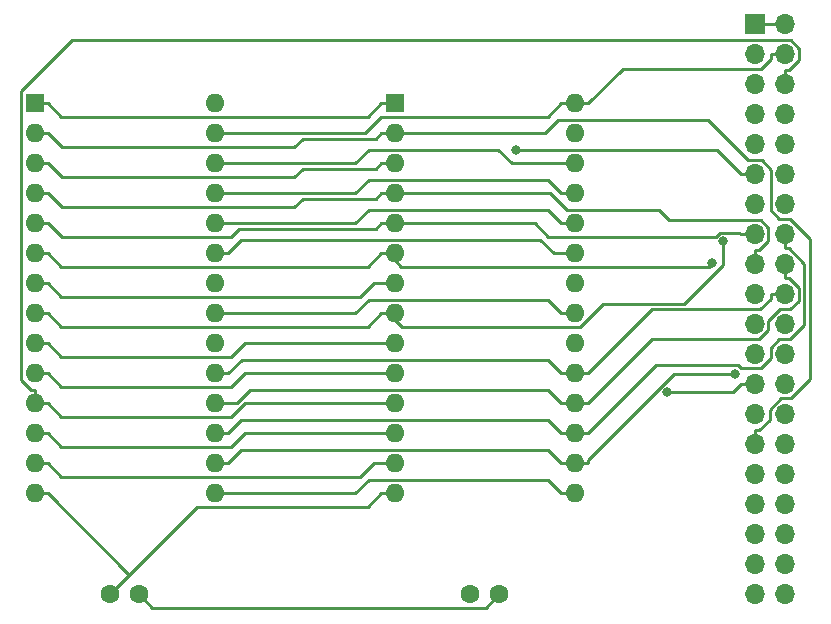
<source format=gtl>
G04 #@! TF.GenerationSoftware,KiCad,Pcbnew,(5.1.12)-1*
G04 #@! TF.CreationDate,2022-10-05T17:57:38-05:00*
G04 #@! TF.ProjectId,memory,6d656d6f-7279-42e6-9b69-6361645f7063,rev?*
G04 #@! TF.SameCoordinates,Original*
G04 #@! TF.FileFunction,Copper,L1,Top*
G04 #@! TF.FilePolarity,Positive*
%FSLAX46Y46*%
G04 Gerber Fmt 4.6, Leading zero omitted, Abs format (unit mm)*
G04 Created by KiCad (PCBNEW (5.1.12)-1) date 2022-10-05 17:57:38*
%MOMM*%
%LPD*%
G01*
G04 APERTURE LIST*
G04 #@! TA.AperFunction,ComponentPad*
%ADD10C,1.600000*%
G04 #@! TD*
G04 #@! TA.AperFunction,ComponentPad*
%ADD11O,1.700000X1.700000*%
G04 #@! TD*
G04 #@! TA.AperFunction,ComponentPad*
%ADD12R,1.700000X1.700000*%
G04 #@! TD*
G04 #@! TA.AperFunction,ComponentPad*
%ADD13R,1.600000X1.600000*%
G04 #@! TD*
G04 #@! TA.AperFunction,ComponentPad*
%ADD14O,1.600000X1.600000*%
G04 #@! TD*
G04 #@! TA.AperFunction,ViaPad*
%ADD15C,0.800000*%
G04 #@! TD*
G04 #@! TA.AperFunction,Conductor*
%ADD16C,0.250000*%
G04 #@! TD*
G04 APERTURE END LIST*
D10*
X120650000Y-95250000D03*
X123150000Y-95250000D03*
X153630000Y-95250000D03*
X151130000Y-95250000D03*
D11*
X177800000Y-95250000D03*
X175260000Y-95250000D03*
X177800000Y-92710000D03*
X175260000Y-92710000D03*
X177800000Y-90170000D03*
X175260000Y-90170000D03*
X177800000Y-87630000D03*
X175260000Y-87630000D03*
X177800000Y-85090000D03*
X175260000Y-85090000D03*
X177800000Y-82550000D03*
X175260000Y-82550000D03*
X177800000Y-80010000D03*
X175260000Y-80010000D03*
X177800000Y-77470000D03*
X175260000Y-77470000D03*
X177800000Y-74930000D03*
X175260000Y-74930000D03*
X177800000Y-72390000D03*
X175260000Y-72390000D03*
X177800000Y-69850000D03*
X175260000Y-69850000D03*
X177800000Y-67310000D03*
X175260000Y-67310000D03*
X177800000Y-64770000D03*
X175260000Y-64770000D03*
X177800000Y-62230000D03*
X175260000Y-62230000D03*
X177800000Y-59690000D03*
X175260000Y-59690000D03*
X177800000Y-57150000D03*
X175260000Y-57150000D03*
X177800000Y-54610000D03*
X175260000Y-54610000D03*
X177800000Y-52070000D03*
X175260000Y-52070000D03*
X177800000Y-49530000D03*
X175260000Y-49530000D03*
X177800000Y-46990000D03*
D12*
X175260000Y-46990000D03*
D13*
X114300000Y-53695000D03*
D14*
X129540000Y-86715000D03*
X114300000Y-56235000D03*
X129540000Y-84175000D03*
X114300000Y-58775000D03*
X129540000Y-81635000D03*
X114300000Y-61315000D03*
X129540000Y-79095000D03*
X114300000Y-63855000D03*
X129540000Y-76555000D03*
X114300000Y-66395000D03*
X129540000Y-74015000D03*
X114300000Y-68935000D03*
X129540000Y-71475000D03*
X114300000Y-71475000D03*
X129540000Y-68935000D03*
X114300000Y-74015000D03*
X129540000Y-66395000D03*
X114300000Y-76555000D03*
X129540000Y-63855000D03*
X114300000Y-79095000D03*
X129540000Y-61315000D03*
X114300000Y-81635000D03*
X129540000Y-58775000D03*
X114300000Y-84175000D03*
X129540000Y-56235000D03*
X114300000Y-86715000D03*
X129540000Y-53695000D03*
X160020000Y-53695000D03*
X144780000Y-86715000D03*
X160020000Y-56235000D03*
X144780000Y-84175000D03*
X160020000Y-58775000D03*
X144780000Y-81635000D03*
X160020000Y-61315000D03*
X144780000Y-79095000D03*
X160020000Y-63855000D03*
X144780000Y-76555000D03*
X160020000Y-66395000D03*
X144780000Y-74015000D03*
X160020000Y-68935000D03*
X144780000Y-71475000D03*
X160020000Y-71475000D03*
X144780000Y-68935000D03*
X160020000Y-74015000D03*
X144780000Y-66395000D03*
X160020000Y-76555000D03*
X144780000Y-63855000D03*
X160020000Y-79095000D03*
X144780000Y-61315000D03*
X160020000Y-81635000D03*
X144780000Y-58775000D03*
X160020000Y-84175000D03*
X144780000Y-56235000D03*
X160020000Y-86715000D03*
D13*
X144780000Y-53695000D03*
D15*
X167884200Y-78133600D03*
X173562900Y-76582700D03*
X171678300Y-67240200D03*
X155089200Y-57649100D03*
X172609700Y-65365700D03*
D16*
X122305100Y-93594900D02*
X120650000Y-95250000D01*
X143654900Y-86715000D02*
X142529800Y-87840100D01*
X142529800Y-87840100D02*
X128059900Y-87840100D01*
X128059900Y-87840100D02*
X122305100Y-93594900D01*
X115425100Y-86715000D02*
X122305100Y-93594900D01*
X114300000Y-86715000D02*
X115425100Y-86715000D01*
X144780000Y-86715000D02*
X143654900Y-86715000D01*
X175260000Y-46990000D02*
X177800000Y-46990000D01*
X123150000Y-95250000D02*
X124281800Y-96381800D01*
X124281800Y-96381800D02*
X152498200Y-96381800D01*
X152498200Y-96381800D02*
X153630000Y-95250000D01*
X176624900Y-49530000D02*
X176624900Y-49895200D01*
X176624900Y-49895200D02*
X175779600Y-50740500D01*
X175779600Y-50740500D02*
X164099600Y-50740500D01*
X164099600Y-50740500D02*
X161145100Y-53695000D01*
X160020000Y-53695000D02*
X158894900Y-53695000D01*
X129540000Y-56235000D02*
X142244900Y-56235000D01*
X142244900Y-56235000D02*
X143659700Y-54820200D01*
X143659700Y-54820200D02*
X157769700Y-54820200D01*
X157769700Y-54820200D02*
X158894900Y-53695000D01*
X177800000Y-49530000D02*
X176624900Y-49530000D01*
X160020000Y-53695000D02*
X161145100Y-53695000D01*
X114300000Y-53695000D02*
X115425100Y-53695000D01*
X144780000Y-53695000D02*
X143654900Y-53695000D01*
X143654900Y-53695000D02*
X142529800Y-54820100D01*
X142529800Y-54820100D02*
X116550200Y-54820100D01*
X116550200Y-54820100D02*
X115425100Y-53695000D01*
X129540000Y-58775000D02*
X141433100Y-58775000D01*
X141433100Y-58775000D02*
X142593100Y-57615000D01*
X142593100Y-57615000D02*
X153567100Y-57615000D01*
X153567100Y-57615000D02*
X154727100Y-58775000D01*
X154727100Y-58775000D02*
X158894900Y-58775000D01*
X160020000Y-58775000D02*
X158894900Y-58775000D01*
X144780000Y-56235000D02*
X143654900Y-56235000D01*
X143654900Y-56235000D02*
X143204700Y-56685200D01*
X143204700Y-56685200D02*
X137008900Y-56685200D01*
X137008900Y-56685200D02*
X136285500Y-57408600D01*
X136285500Y-57408600D02*
X116598700Y-57408600D01*
X116598700Y-57408600D02*
X115425100Y-56235000D01*
X144780000Y-56235000D02*
X157484900Y-56235000D01*
X157484900Y-56235000D02*
X158610100Y-55109800D01*
X158610100Y-55109800D02*
X171319800Y-55109800D01*
X171319800Y-55109800D02*
X174724800Y-58514800D01*
X174724800Y-58514800D02*
X175853100Y-58514800D01*
X175853100Y-58514800D02*
X176624800Y-59286500D01*
X176624800Y-59286500D02*
X176624800Y-62755700D01*
X176624800Y-62755700D02*
X177369100Y-63500000D01*
X177369100Y-63500000D02*
X178265700Y-63500000D01*
X178265700Y-63500000D02*
X179940400Y-65174700D01*
X179940400Y-65174700D02*
X179940400Y-77049200D01*
X179940400Y-77049200D02*
X178344400Y-78645200D01*
X178344400Y-78645200D02*
X177500700Y-78645200D01*
X177500700Y-78645200D02*
X176530000Y-79615900D01*
X176530000Y-79615900D02*
X176530000Y-80470100D01*
X176530000Y-80470100D02*
X175625200Y-81374900D01*
X175625200Y-81374900D02*
X175260000Y-81374900D01*
X114300000Y-56235000D02*
X115425100Y-56235000D01*
X175260000Y-82550000D02*
X175260000Y-81374900D01*
X130665100Y-66395000D02*
X131790300Y-65269800D01*
X131790300Y-65269800D02*
X157133100Y-65269800D01*
X157133100Y-65269800D02*
X158258300Y-66395000D01*
X158258300Y-66395000D02*
X158894900Y-66395000D01*
X160020000Y-66395000D02*
X158894900Y-66395000D01*
X129540000Y-66395000D02*
X130665100Y-66395000D01*
X160020000Y-71475000D02*
X158894900Y-71475000D01*
X158894900Y-71475000D02*
X157729400Y-70309500D01*
X157729400Y-70309500D02*
X142598600Y-70309500D01*
X142598600Y-70309500D02*
X141433100Y-71475000D01*
X141433100Y-71475000D02*
X129540000Y-71475000D01*
X175260000Y-77470000D02*
X174084900Y-77470000D01*
X167884200Y-78133600D02*
X173421300Y-78133600D01*
X173421300Y-78133600D02*
X174084900Y-77470000D01*
X129540000Y-63855000D02*
X141433100Y-63855000D01*
X141433100Y-63855000D02*
X142598600Y-62689500D01*
X142598600Y-62689500D02*
X157729400Y-62689500D01*
X157729400Y-62689500D02*
X158894900Y-63855000D01*
X160020000Y-63855000D02*
X158894900Y-63855000D01*
X160020000Y-61315000D02*
X158894900Y-61315000D01*
X158894900Y-61315000D02*
X157729400Y-60149500D01*
X157729400Y-60149500D02*
X142598600Y-60149500D01*
X142598600Y-60149500D02*
X141433100Y-61315000D01*
X141433100Y-61315000D02*
X129540000Y-61315000D01*
X161145100Y-76555000D02*
X166580100Y-71120000D01*
X166580100Y-71120000D02*
X175720100Y-71120000D01*
X175720100Y-71120000D02*
X176624900Y-70215200D01*
X176624900Y-70215200D02*
X176624900Y-69850000D01*
X160020000Y-76555000D02*
X158894900Y-76555000D01*
X129540000Y-76555000D02*
X130665100Y-76555000D01*
X130665100Y-76555000D02*
X131826300Y-75393800D01*
X131826300Y-75393800D02*
X157733700Y-75393800D01*
X157733700Y-75393800D02*
X158894900Y-76555000D01*
X177800000Y-69850000D02*
X176624900Y-69850000D01*
X160020000Y-76555000D02*
X161145100Y-76555000D01*
X114300000Y-58775000D02*
X115425100Y-58775000D01*
X144780000Y-58775000D02*
X143654900Y-58775000D01*
X143654900Y-58775000D02*
X143204700Y-59225200D01*
X143204700Y-59225200D02*
X137008900Y-59225200D01*
X137008900Y-59225200D02*
X136285500Y-59948600D01*
X136285500Y-59948600D02*
X116598700Y-59948600D01*
X116598700Y-59948600D02*
X115425100Y-58775000D01*
X177800000Y-67310000D02*
X177800000Y-68485100D01*
X160020000Y-79095000D02*
X161145100Y-79095000D01*
X161145100Y-79095000D02*
X166580100Y-73660000D01*
X166580100Y-73660000D02*
X175652000Y-73660000D01*
X175652000Y-73660000D02*
X176438100Y-72873900D01*
X176438100Y-72873900D02*
X176438100Y-72087800D01*
X176438100Y-72087800D02*
X177405900Y-71120000D01*
X177405900Y-71120000D02*
X178277200Y-71120000D01*
X178277200Y-71120000D02*
X179017400Y-70379800D01*
X179017400Y-70379800D02*
X179017400Y-69337300D01*
X179017400Y-69337300D02*
X178165200Y-68485100D01*
X178165200Y-68485100D02*
X177800000Y-68485100D01*
X159457500Y-79095000D02*
X160020000Y-79095000D01*
X159457500Y-79095000D02*
X158894900Y-79095000D01*
X158894900Y-79095000D02*
X157769100Y-77969200D01*
X157769100Y-77969200D02*
X132564200Y-77969200D01*
X132564200Y-77969200D02*
X131438400Y-79095000D01*
X131438400Y-79095000D02*
X129540000Y-79095000D01*
X114300000Y-61315000D02*
X115425100Y-61315000D01*
X144780000Y-61315000D02*
X143654900Y-61315000D01*
X143654900Y-61315000D02*
X143204700Y-61765200D01*
X143204700Y-61765200D02*
X137008900Y-61765200D01*
X137008900Y-61765200D02*
X136285500Y-62488600D01*
X136285500Y-62488600D02*
X116598700Y-62488600D01*
X116598700Y-62488600D02*
X115425100Y-61315000D01*
X157970500Y-61315000D02*
X144780000Y-61315000D01*
X175260000Y-67310000D02*
X175260000Y-66134900D01*
X168045000Y-63594800D02*
X167139600Y-62689400D01*
X175260000Y-66134900D02*
X175625200Y-66134900D01*
X175599799Y-63594999D02*
X175599600Y-63594800D01*
X175625200Y-66134900D02*
X175815099Y-65945001D01*
X175815099Y-65945001D02*
X175824001Y-65945001D01*
X175824001Y-65945001D02*
X176435001Y-65334001D01*
X176435001Y-65334001D02*
X176435001Y-64205999D01*
X176435001Y-64205999D02*
X175824001Y-63594999D01*
X175824001Y-63594999D02*
X175599799Y-63594999D01*
X167139600Y-62689400D02*
X159344900Y-62689400D01*
X175599600Y-63594800D02*
X168045000Y-63594800D01*
X159344900Y-62689400D02*
X157970500Y-61315000D01*
X177800000Y-65945100D02*
X178165200Y-65945100D01*
X178165200Y-65945100D02*
X179467600Y-67247500D01*
X179467600Y-67247500D02*
X179467600Y-72454700D01*
X179467600Y-72454700D02*
X178262300Y-73660000D01*
X178262300Y-73660000D02*
X177369100Y-73660000D01*
X177369100Y-73660000D02*
X176624800Y-74404300D01*
X176624800Y-74404300D02*
X176624800Y-75266100D01*
X176624800Y-75266100D02*
X175785800Y-76105100D01*
X175785800Y-76105100D02*
X174110800Y-76105100D01*
X174110800Y-76105100D02*
X173863300Y-75857600D01*
X173863300Y-75857600D02*
X166922500Y-75857600D01*
X166922500Y-75857600D02*
X161145100Y-81635000D01*
X177800000Y-64770000D02*
X177800000Y-65945100D01*
X160020000Y-81635000D02*
X161145100Y-81635000D01*
X159457500Y-81635000D02*
X160020000Y-81635000D01*
X159457500Y-81635000D02*
X158894900Y-81635000D01*
X129540000Y-81635000D02*
X130665100Y-81635000D01*
X158894900Y-81635000D02*
X157745400Y-80485500D01*
X157745400Y-80485500D02*
X131814600Y-80485500D01*
X131814600Y-80485500D02*
X130665100Y-81635000D01*
X174084900Y-64770000D02*
X173955500Y-64640600D01*
X173955500Y-64640600D02*
X172309400Y-64640600D01*
X172309400Y-64640600D02*
X171959700Y-64990300D01*
X171959700Y-64990300D02*
X157808400Y-64990300D01*
X157808400Y-64990300D02*
X156673100Y-63855000D01*
X156673100Y-63855000D02*
X144780000Y-63855000D01*
X114300000Y-63855000D02*
X115425100Y-63855000D01*
X144780000Y-63855000D02*
X143654900Y-63855000D01*
X143654900Y-63855000D02*
X143204700Y-64305200D01*
X143204700Y-64305200D02*
X131624900Y-64305200D01*
X131624900Y-64305200D02*
X130901500Y-65028600D01*
X130901500Y-65028600D02*
X116598700Y-65028600D01*
X116598700Y-65028600D02*
X115425100Y-63855000D01*
X175260000Y-64770000D02*
X174084900Y-64770000D01*
X173562900Y-76582700D02*
X168409700Y-76582700D01*
X168409700Y-76582700D02*
X161145100Y-83847300D01*
X161145100Y-83847300D02*
X161145100Y-84175000D01*
X160020000Y-84175000D02*
X161145100Y-84175000D01*
X159738800Y-84175000D02*
X160020000Y-84175000D01*
X159738800Y-84175000D02*
X158894900Y-84175000D01*
X129540000Y-84175000D02*
X130665100Y-84175000D01*
X158894900Y-84175000D02*
X157745400Y-83025500D01*
X157745400Y-83025500D02*
X131814600Y-83025500D01*
X131814600Y-83025500D02*
X130665100Y-84175000D01*
X144217500Y-66395000D02*
X145351700Y-67529200D01*
X145351700Y-67529200D02*
X171389300Y-67529200D01*
X171389300Y-67529200D02*
X171678300Y-67240200D01*
X144217500Y-66395000D02*
X143654900Y-66395000D01*
X144780000Y-66395000D02*
X144217500Y-66395000D01*
X114300000Y-66395000D02*
X115425100Y-66395000D01*
X143654900Y-66395000D02*
X142520600Y-67529300D01*
X142520600Y-67529300D02*
X116559400Y-67529300D01*
X116559400Y-67529300D02*
X115425100Y-66395000D01*
X160020000Y-86715000D02*
X158894900Y-86715000D01*
X158894900Y-86715000D02*
X157729400Y-85549500D01*
X157729400Y-85549500D02*
X142598600Y-85549500D01*
X142598600Y-85549500D02*
X141433100Y-86715000D01*
X141433100Y-86715000D02*
X129540000Y-86715000D01*
X174084900Y-59690000D02*
X172044000Y-57649100D01*
X172044000Y-57649100D02*
X155089200Y-57649100D01*
X175260000Y-59690000D02*
X174084900Y-59690000D01*
X143654900Y-68935000D02*
X143018400Y-68935000D01*
X143018400Y-68935000D02*
X141868900Y-70084500D01*
X141868900Y-70084500D02*
X116574600Y-70084500D01*
X116574600Y-70084500D02*
X115425100Y-68935000D01*
X114300000Y-68935000D02*
X115425100Y-68935000D01*
X144780000Y-68935000D02*
X143654900Y-68935000D01*
X143654900Y-84175000D02*
X143018400Y-84175000D01*
X143018400Y-84175000D02*
X141868900Y-85324500D01*
X141868900Y-85324500D02*
X116574600Y-85324500D01*
X116574600Y-85324500D02*
X115425100Y-84175000D01*
X144780000Y-84175000D02*
X143654900Y-84175000D01*
X114300000Y-84175000D02*
X115425100Y-84175000D01*
X144217500Y-71475000D02*
X145398900Y-72656400D01*
X145398900Y-72656400D02*
X160479300Y-72656400D01*
X160479300Y-72656400D02*
X162465900Y-70669800D01*
X162465900Y-70669800D02*
X169278100Y-70669800D01*
X169278100Y-70669800D02*
X172609700Y-67338200D01*
X172609700Y-67338200D02*
X172609700Y-65365700D01*
X144217500Y-71475000D02*
X143654900Y-71475000D01*
X144780000Y-71475000D02*
X144217500Y-71475000D01*
X114300000Y-71475000D02*
X115425100Y-71475000D01*
X143654900Y-71475000D02*
X142505400Y-72624500D01*
X142505400Y-72624500D02*
X116574600Y-72624500D01*
X116574600Y-72624500D02*
X115425100Y-71475000D01*
X114300000Y-81635000D02*
X115425100Y-81635000D01*
X144780000Y-81635000D02*
X132075100Y-81635000D01*
X132075100Y-81635000D02*
X130925600Y-82784500D01*
X130925600Y-82784500D02*
X116574600Y-82784500D01*
X116574600Y-82784500D02*
X115425100Y-81635000D01*
X114300000Y-74015000D02*
X115425100Y-74015000D01*
X144780000Y-74015000D02*
X132075100Y-74015000D01*
X132075100Y-74015000D02*
X130925600Y-75164500D01*
X130925600Y-75164500D02*
X116574600Y-75164500D01*
X116574600Y-75164500D02*
X115425100Y-74015000D01*
X114300000Y-79095000D02*
X115425100Y-79095000D01*
X144780000Y-79095000D02*
X132075100Y-79095000D01*
X132075100Y-79095000D02*
X130925600Y-80244500D01*
X130925600Y-80244500D02*
X116574600Y-80244500D01*
X116574600Y-80244500D02*
X115425100Y-79095000D01*
X177800000Y-52070000D02*
X177800000Y-50894900D01*
X114300000Y-79095000D02*
X114300000Y-77969900D01*
X114300000Y-77969900D02*
X114018700Y-77969900D01*
X114018700Y-77969900D02*
X113174800Y-77126000D01*
X113174800Y-77126000D02*
X113174800Y-52669000D01*
X113174800Y-52669000D02*
X117493900Y-48349900D01*
X117493900Y-48349900D02*
X178310500Y-48349900D01*
X178310500Y-48349900D02*
X179004600Y-49044000D01*
X179004600Y-49044000D02*
X179004600Y-50055500D01*
X179004600Y-50055500D02*
X178165200Y-50894900D01*
X178165200Y-50894900D02*
X177800000Y-50894900D01*
X144780000Y-76555000D02*
X132075100Y-76555000D01*
X132075100Y-76555000D02*
X130925600Y-77704500D01*
X130925600Y-77704500D02*
X116574600Y-77704500D01*
X116574600Y-77704500D02*
X115425100Y-76555000D01*
X114300000Y-76555000D02*
X115425100Y-76555000D01*
M02*

</source>
